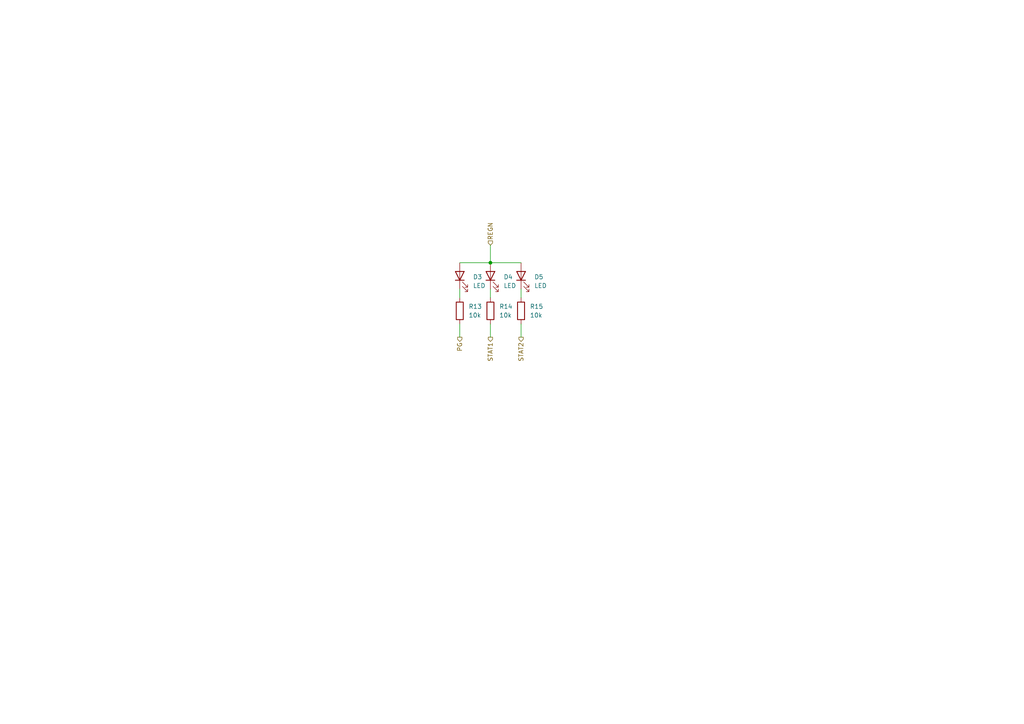
<source format=kicad_sch>
(kicad_sch (version 20231120) (generator "eeschema") (generator_version "8.0")
  (paper "A4")
  (lib_symbols
    (symbol "Device:LED" (pin_numbers hide) (pin_names (offset 1.016) hide)
      (property "Reference" "D" (at 0 2.54 0))
      (property "Value" "LED" (at 0 -2.54 0))
      (symbol "LED_0_1"
        (polyline (pts (xy -1.27 -1.27) (xy -1.27 1.27)) (stroke (width 0.254)))
        (polyline (pts (xy -1.27 0) (xy 1.27 0)))
        (polyline (pts (xy 1.27 -1.27) (xy 1.27 1.27) (xy -1.27 0) (xy 1.27 -1.27)) (stroke (width 0.254)))
        (polyline (pts (xy -3.048 -0.762) (xy -4.572 -2.286) (xy -3.81 -2.286) (xy -4.572 -2.286) (xy -4.572 -1.524)))
        (polyline (pts (xy -1.778 -0.762) (xy -3.302 -2.286) (xy -2.54 -2.286) (xy -3.302 -2.286) (xy -3.302 -1.524)))
      )
      (symbol "LED_1_1"
        (pin passive line (at -3.81 0 0) (length 2.54) (name "K") (number "1"))
        (pin passive line (at 3.81 0 180) (length 2.54) (name "A") (number "2"))
      )
    )
    (symbol "Device:R" (pin_numbers hide) (pin_names (offset 0))
      (property "Reference" "R" (at 2.032 0 90))
      (property "Value" "R" (at 0 0 90))
      (symbol "R_0_1"
        (rectangle (start -1.016 -2.54) (end 1.016 2.54) (stroke (width 0.254)))
      )
      (symbol "R_1_1"
        (pin passive line (at 0 3.81 270) (length 1.27) (name "~") (number "1"))
        (pin passive line (at 0 -3.81 90) (length 1.27) (name "~") (number "2"))
      )
    )
  )
  (junction (at 142.24 76.2))
  (wire (pts (xy 142.24 71.12) (xy 142.24 76.2)))
  (wire (pts (xy 142.24 97.79) (xy 142.24 93.98)))
  (wire (pts (xy 142.24 83.82) (xy 142.24 86.36)))
  (wire (pts (xy 133.35 76.2) (xy 142.24 76.2)))
  (wire (pts (xy 133.35 97.79) (xy 133.35 93.98)))
  (wire (pts (xy 151.13 83.82) (xy 151.13 86.36)))
  (wire (pts (xy 133.35 83.82) (xy 133.35 86.36)))
  (wire (pts (xy 151.13 97.79) (xy 151.13 93.98)))
  (wire (pts (xy 142.24 76.2) (xy 151.13 76.2)))
  (hierarchical_label "STAT1" (shape output) (at 142.24 97.79 270))
  (hierarchical_label "STAT2" (shape output) (at 151.13 97.79 270))
  (hierarchical_label "REGN" (shape input) (at 142.24 71.12 90))
  (hierarchical_label "PG" (shape output) (at 133.35 97.79 270))
  (symbol (lib_id "Device:LED") (at 151.13 80.01 90) (unit 1)
    (property "Reference" "D5" (at 154.94 80.3274 90) (effects (justify right)))
    (property "Value" "LED" (at 154.94 82.8674 90) (effects (justify right)))
    (property "Description" "Light emitting diode" (effects (hide yes)))
  )
  (symbol (lib_id "Device:LED") (at 133.35 80.01 90) (unit 1)
    (property "Reference" "D3" (at 137.16 80.3274 90) (effects (justify right)))
    (property "Value" "LED" (at 137.16 82.8674 90) (effects (justify right)))
    (property "Description" "Light emitting diode" (effects (hide yes)))
  )
  (symbol (lib_id "Device:R") (at 151.13 90.17 180) (unit 1)
    (property "Reference" "R15" (at 153.67 88.8999 0) (effects (justify right)))
    (property "Value" "10k" (at 153.67 91.4399 0) (effects (justify right)))
    (property "Description" "Resistor" (effects (hide yes)))
  )
  (symbol (lib_id "Device:R") (at 133.35 90.17 180) (unit 1)
    (property "Reference" "R13" (at 135.89 88.8999 0) (effects (justify right)))
    (property "Value" "10k" (at 135.89 91.4399 0) (effects (justify right)))
    (property "Description" "Resistor" (effects (hide yes)))
  )
  (symbol (lib_id "Device:LED") (at 142.24 80.01 90) (unit 1)
    (property "Reference" "D4" (at 146.05 80.3274 90) (effects (justify right)))
    (property "Value" "LED" (at 146.05 82.8674 90) (effects (justify right)))
    (property "Description" "Light emitting diode" (effects (hide yes)))
  )
  (symbol (lib_id "Device:R") (at 142.24 90.17 180) (unit 1)
    (property "Reference" "R14" (at 144.78 88.8999 0) (effects (justify right)))
    (property "Value" "10k" (at 144.78 91.4399 0) (effects (justify right)))
    (property "Description" "Resistor" (effects (hide yes)))
  )
)
</source>
